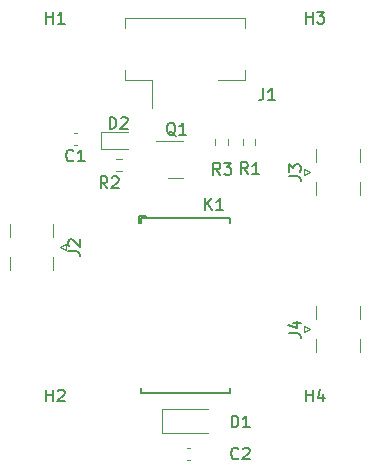
<source format=gbr>
%TF.GenerationSoftware,KiCad,Pcbnew,(6.0.0)*%
%TF.CreationDate,2022-01-16T13:33:15+00:00*%
%TF.ProjectId,Relay_RF,52656c61-795f-4524-962e-6b696361645f,rev?*%
%TF.SameCoordinates,Original*%
%TF.FileFunction,Legend,Top*%
%TF.FilePolarity,Positive*%
%FSLAX46Y46*%
G04 Gerber Fmt 4.6, Leading zero omitted, Abs format (unit mm)*
G04 Created by KiCad (PCBNEW (6.0.0)) date 2022-01-16 13:33:15*
%MOMM*%
%LPD*%
G01*
G04 APERTURE LIST*
%ADD10C,0.150000*%
%ADD11C,0.120000*%
G04 APERTURE END LIST*
D10*
%TO.C,H1*%
X103238095Y-101102380D02*
X103238095Y-100102380D01*
X103238095Y-100578571D02*
X103809523Y-100578571D01*
X103809523Y-101102380D02*
X103809523Y-100102380D01*
X104809523Y-101102380D02*
X104238095Y-101102380D01*
X104523809Y-101102380D02*
X104523809Y-100102380D01*
X104428571Y-100245238D01*
X104333333Y-100340476D01*
X104238095Y-100388095D01*
%TO.C,J2*%
X105102380Y-120383333D02*
X105816666Y-120383333D01*
X105959523Y-120430952D01*
X106054761Y-120526190D01*
X106102380Y-120669047D01*
X106102380Y-120764285D01*
X105197619Y-119954761D02*
X105150000Y-119907142D01*
X105102380Y-119811904D01*
X105102380Y-119573809D01*
X105150000Y-119478571D01*
X105197619Y-119430952D01*
X105292857Y-119383333D01*
X105388095Y-119383333D01*
X105530952Y-119430952D01*
X106102380Y-120002380D01*
X106102380Y-119383333D01*
%TO.C,R2*%
X108433333Y-115052380D02*
X108100000Y-114576190D01*
X107861904Y-115052380D02*
X107861904Y-114052380D01*
X108242857Y-114052380D01*
X108338095Y-114100000D01*
X108385714Y-114147619D01*
X108433333Y-114242857D01*
X108433333Y-114385714D01*
X108385714Y-114480952D01*
X108338095Y-114528571D01*
X108242857Y-114576190D01*
X107861904Y-114576190D01*
X108814285Y-114147619D02*
X108861904Y-114100000D01*
X108957142Y-114052380D01*
X109195238Y-114052380D01*
X109290476Y-114100000D01*
X109338095Y-114147619D01*
X109385714Y-114242857D01*
X109385714Y-114338095D01*
X109338095Y-114480952D01*
X108766666Y-115052380D01*
X109385714Y-115052380D01*
%TO.C,K1*%
X116711904Y-116902380D02*
X116711904Y-115902380D01*
X117283333Y-116902380D02*
X116854761Y-116330952D01*
X117283333Y-115902380D02*
X116711904Y-116473809D01*
X118235714Y-116902380D02*
X117664285Y-116902380D01*
X117950000Y-116902380D02*
X117950000Y-115902380D01*
X117854761Y-116045238D01*
X117759523Y-116140476D01*
X117664285Y-116188095D01*
%TO.C,R1*%
X120333333Y-113852380D02*
X120000000Y-113376190D01*
X119761904Y-113852380D02*
X119761904Y-112852380D01*
X120142857Y-112852380D01*
X120238095Y-112900000D01*
X120285714Y-112947619D01*
X120333333Y-113042857D01*
X120333333Y-113185714D01*
X120285714Y-113280952D01*
X120238095Y-113328571D01*
X120142857Y-113376190D01*
X119761904Y-113376190D01*
X121285714Y-113852380D02*
X120714285Y-113852380D01*
X121000000Y-113852380D02*
X121000000Y-112852380D01*
X120904761Y-112995238D01*
X120809523Y-113090476D01*
X120714285Y-113138095D01*
%TO.C,C2*%
X119533333Y-137907142D02*
X119485714Y-137954761D01*
X119342857Y-138002380D01*
X119247619Y-138002380D01*
X119104761Y-137954761D01*
X119009523Y-137859523D01*
X118961904Y-137764285D01*
X118914285Y-137573809D01*
X118914285Y-137430952D01*
X118961904Y-137240476D01*
X119009523Y-137145238D01*
X119104761Y-137050000D01*
X119247619Y-137002380D01*
X119342857Y-137002380D01*
X119485714Y-137050000D01*
X119533333Y-137097619D01*
X119914285Y-137097619D02*
X119961904Y-137050000D01*
X120057142Y-137002380D01*
X120295238Y-137002380D01*
X120390476Y-137050000D01*
X120438095Y-137097619D01*
X120485714Y-137192857D01*
X120485714Y-137288095D01*
X120438095Y-137430952D01*
X119866666Y-138002380D01*
X120485714Y-138002380D01*
%TO.C,R3*%
X117983333Y-113902380D02*
X117650000Y-113426190D01*
X117411904Y-113902380D02*
X117411904Y-112902380D01*
X117792857Y-112902380D01*
X117888095Y-112950000D01*
X117935714Y-112997619D01*
X117983333Y-113092857D01*
X117983333Y-113235714D01*
X117935714Y-113330952D01*
X117888095Y-113378571D01*
X117792857Y-113426190D01*
X117411904Y-113426190D01*
X118316666Y-112902380D02*
X118935714Y-112902380D01*
X118602380Y-113283333D01*
X118745238Y-113283333D01*
X118840476Y-113330952D01*
X118888095Y-113378571D01*
X118935714Y-113473809D01*
X118935714Y-113711904D01*
X118888095Y-113807142D01*
X118840476Y-113854761D01*
X118745238Y-113902380D01*
X118459523Y-113902380D01*
X118364285Y-113854761D01*
X118316666Y-113807142D01*
%TO.C,C1*%
X105558333Y-112687142D02*
X105510714Y-112734761D01*
X105367857Y-112782380D01*
X105272619Y-112782380D01*
X105129761Y-112734761D01*
X105034523Y-112639523D01*
X104986904Y-112544285D01*
X104939285Y-112353809D01*
X104939285Y-112210952D01*
X104986904Y-112020476D01*
X105034523Y-111925238D01*
X105129761Y-111830000D01*
X105272619Y-111782380D01*
X105367857Y-111782380D01*
X105510714Y-111830000D01*
X105558333Y-111877619D01*
X106510714Y-112782380D02*
X105939285Y-112782380D01*
X106225000Y-112782380D02*
X106225000Y-111782380D01*
X106129761Y-111925238D01*
X106034523Y-112020476D01*
X105939285Y-112068095D01*
%TO.C,H4*%
X125238095Y-133102380D02*
X125238095Y-132102380D01*
X125238095Y-132578571D02*
X125809523Y-132578571D01*
X125809523Y-133102380D02*
X125809523Y-132102380D01*
X126714285Y-132435714D02*
X126714285Y-133102380D01*
X126476190Y-132054761D02*
X126238095Y-132769047D01*
X126857142Y-132769047D01*
%TO.C,H2*%
X103238095Y-133102380D02*
X103238095Y-132102380D01*
X103238095Y-132578571D02*
X103809523Y-132578571D01*
X103809523Y-133102380D02*
X103809523Y-132102380D01*
X104238095Y-132197619D02*
X104285714Y-132150000D01*
X104380952Y-132102380D01*
X104619047Y-132102380D01*
X104714285Y-132150000D01*
X104761904Y-132197619D01*
X104809523Y-132292857D01*
X104809523Y-132388095D01*
X104761904Y-132530952D01*
X104190476Y-133102380D01*
X104809523Y-133102380D01*
%TO.C,J1*%
X121616666Y-106602380D02*
X121616666Y-107316666D01*
X121569047Y-107459523D01*
X121473809Y-107554761D01*
X121330952Y-107602380D01*
X121235714Y-107602380D01*
X122616666Y-107602380D02*
X122045238Y-107602380D01*
X122330952Y-107602380D02*
X122330952Y-106602380D01*
X122235714Y-106745238D01*
X122140476Y-106840476D01*
X122045238Y-106888095D01*
%TO.C,J4*%
X123802380Y-127333333D02*
X124516666Y-127333333D01*
X124659523Y-127380952D01*
X124754761Y-127476190D01*
X124802380Y-127619047D01*
X124802380Y-127714285D01*
X124135714Y-126428571D02*
X124802380Y-126428571D01*
X123754761Y-126666666D02*
X124469047Y-126904761D01*
X124469047Y-126285714D01*
%TO.C,D1*%
X118961904Y-135302380D02*
X118961904Y-134302380D01*
X119200000Y-134302380D01*
X119342857Y-134350000D01*
X119438095Y-134445238D01*
X119485714Y-134540476D01*
X119533333Y-134730952D01*
X119533333Y-134873809D01*
X119485714Y-135064285D01*
X119438095Y-135159523D01*
X119342857Y-135254761D01*
X119200000Y-135302380D01*
X118961904Y-135302380D01*
X120485714Y-135302380D02*
X119914285Y-135302380D01*
X120200000Y-135302380D02*
X120200000Y-134302380D01*
X120104761Y-134445238D01*
X120009523Y-134540476D01*
X119914285Y-134588095D01*
%TO.C,D2*%
X108624404Y-110022380D02*
X108624404Y-109022380D01*
X108862500Y-109022380D01*
X109005357Y-109070000D01*
X109100595Y-109165238D01*
X109148214Y-109260476D01*
X109195833Y-109450952D01*
X109195833Y-109593809D01*
X109148214Y-109784285D01*
X109100595Y-109879523D01*
X109005357Y-109974761D01*
X108862500Y-110022380D01*
X108624404Y-110022380D01*
X109576785Y-109117619D02*
X109624404Y-109070000D01*
X109719642Y-109022380D01*
X109957738Y-109022380D01*
X110052976Y-109070000D01*
X110100595Y-109117619D01*
X110148214Y-109212857D01*
X110148214Y-109308095D01*
X110100595Y-109450952D01*
X109529166Y-110022380D01*
X110148214Y-110022380D01*
%TO.C,Q1*%
X114204761Y-110597619D02*
X114109523Y-110550000D01*
X114014285Y-110454761D01*
X113871428Y-110311904D01*
X113776190Y-110264285D01*
X113680952Y-110264285D01*
X113728571Y-110502380D02*
X113633333Y-110454761D01*
X113538095Y-110359523D01*
X113490476Y-110169047D01*
X113490476Y-109835714D01*
X113538095Y-109645238D01*
X113633333Y-109550000D01*
X113728571Y-109502380D01*
X113919047Y-109502380D01*
X114014285Y-109550000D01*
X114109523Y-109645238D01*
X114157142Y-109835714D01*
X114157142Y-110169047D01*
X114109523Y-110359523D01*
X114014285Y-110454761D01*
X113919047Y-110502380D01*
X113728571Y-110502380D01*
X115109523Y-110502380D02*
X114538095Y-110502380D01*
X114823809Y-110502380D02*
X114823809Y-109502380D01*
X114728571Y-109645238D01*
X114633333Y-109740476D01*
X114538095Y-109788095D01*
%TO.C,H3*%
X125238095Y-101102380D02*
X125238095Y-100102380D01*
X125238095Y-100578571D02*
X125809523Y-100578571D01*
X125809523Y-101102380D02*
X125809523Y-100102380D01*
X126190476Y-100102380D02*
X126809523Y-100102380D01*
X126476190Y-100483333D01*
X126619047Y-100483333D01*
X126714285Y-100530952D01*
X126761904Y-100578571D01*
X126809523Y-100673809D01*
X126809523Y-100911904D01*
X126761904Y-101007142D01*
X126714285Y-101054761D01*
X126619047Y-101102380D01*
X126333333Y-101102380D01*
X126238095Y-101054761D01*
X126190476Y-101007142D01*
%TO.C,J3*%
X123802380Y-114033333D02*
X124516666Y-114033333D01*
X124659523Y-114080952D01*
X124754761Y-114176190D01*
X124802380Y-114319047D01*
X124802380Y-114414285D01*
X123802380Y-113652380D02*
X123802380Y-113033333D01*
X124183333Y-113366666D01*
X124183333Y-113223809D01*
X124230952Y-113128571D01*
X124278571Y-113080952D01*
X124373809Y-113033333D01*
X124611904Y-113033333D01*
X124707142Y-113080952D01*
X124754761Y-113128571D01*
X124802380Y-113223809D01*
X124802380Y-113509523D01*
X124754761Y-113604761D01*
X124707142Y-113652380D01*
D11*
%TO.C,J2*%
X104910000Y-120300000D02*
X104910000Y-119800000D01*
X103860000Y-120890000D02*
X103860000Y-122000000D01*
X104910000Y-119800000D02*
X104410000Y-120050000D01*
X104410000Y-120050000D02*
X104910000Y-120300000D01*
X100150000Y-118100000D02*
X100150000Y-119210000D01*
X103860000Y-118100000D02*
X103860000Y-119210000D01*
X100150000Y-120890000D02*
X100150000Y-122000000D01*
%TO.C,R2*%
X109637258Y-113622500D02*
X109162742Y-113622500D01*
X109637258Y-112577500D02*
X109162742Y-112577500D01*
D10*
%TO.C,K1*%
X118800000Y-132400000D02*
X111300000Y-132400000D01*
X111100000Y-117400000D02*
X111600000Y-117400000D01*
X118800000Y-117600000D02*
X111300000Y-117600000D01*
X118800000Y-132100000D02*
X118800000Y-132400000D01*
X111600000Y-117400000D02*
X111700000Y-117400000D01*
X118800000Y-118000000D02*
X118800000Y-117600000D01*
X118800000Y-132100000D02*
X118800000Y-132000000D01*
X111300000Y-132400000D02*
X111300000Y-132000000D01*
X111100000Y-118000000D02*
X111100000Y-117400000D01*
X111300000Y-117600000D02*
X111300000Y-118000000D01*
D11*
%TO.C,R1*%
X120922500Y-111387258D02*
X120922500Y-110912742D01*
X119877500Y-111387258D02*
X119877500Y-110912742D01*
%TO.C,C2*%
X115440580Y-137040000D02*
X115159420Y-137040000D01*
X115440580Y-138060000D02*
X115159420Y-138060000D01*
%TO.C,R3*%
X118622500Y-110912742D02*
X118622500Y-111387258D01*
X117577500Y-110912742D02*
X117577500Y-111387258D01*
%TO.C,C1*%
X105865580Y-111410000D02*
X105584420Y-111410000D01*
X105865580Y-110390000D02*
X105584420Y-110390000D01*
%TO.C,J1*%
X112240000Y-105860000D02*
X112240000Y-108250000D01*
X109915000Y-105010000D02*
X109915000Y-105860000D01*
X109915000Y-101490000D02*
X109915000Y-100640000D01*
X120085000Y-100640000D02*
X120085000Y-101490000D01*
X120085000Y-105010000D02*
X120085000Y-105860000D01*
X120085000Y-105860000D02*
X117760000Y-105860000D01*
X109915000Y-100640000D02*
X120085000Y-100640000D01*
X109915000Y-105860000D02*
X112240000Y-105860000D01*
%TO.C,J4*%
X129850000Y-128950000D02*
X129850000Y-127840000D01*
X125090000Y-127250000D02*
X125590000Y-127000000D01*
X126140000Y-128950000D02*
X126140000Y-127840000D01*
X129850000Y-126160000D02*
X129850000Y-125050000D01*
X125590000Y-127000000D02*
X125090000Y-126750000D01*
X125090000Y-126750000D02*
X125090000Y-127250000D01*
X126140000Y-126160000D02*
X126140000Y-125050000D01*
%TO.C,D1*%
X113050000Y-135750000D02*
X116950000Y-135750000D01*
X113050000Y-133750000D02*
X113050000Y-135750000D01*
X113050000Y-133750000D02*
X116950000Y-133750000D01*
%TO.C,D2*%
X110162500Y-110265000D02*
X107877500Y-110265000D01*
X107877500Y-111735000D02*
X110162500Y-111735000D01*
X107877500Y-110265000D02*
X107877500Y-111735000D01*
%TO.C,Q1*%
X114200000Y-114160000D02*
X113550000Y-114160000D01*
X114200000Y-111040000D02*
X112525000Y-111040000D01*
X114200000Y-114160000D02*
X114850000Y-114160000D01*
X114200000Y-111040000D02*
X114850000Y-111040000D01*
%TO.C,J3*%
X125090000Y-113450000D02*
X125090000Y-113950000D01*
X129850000Y-115650000D02*
X129850000Y-114540000D01*
X129850000Y-112860000D02*
X129850000Y-111750000D01*
X126140000Y-115650000D02*
X126140000Y-114540000D01*
X125090000Y-113950000D02*
X125590000Y-113700000D01*
X126140000Y-112860000D02*
X126140000Y-111750000D01*
X125590000Y-113700000D02*
X125090000Y-113450000D01*
%TD*%
M02*

</source>
